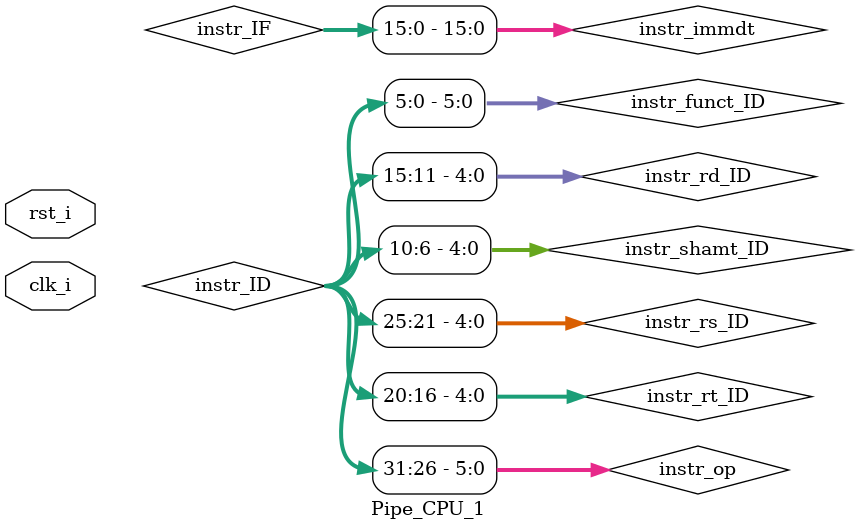
<source format=v>
module Pipe_CPU_1(
                clk_i,
                rst_i
                );
/****************************************
I/O ports
****************************************/
input         clk_i;
input         rst_i;


/****************************************
Internal signal
****************************************/

/**** 
IF stage 
****/
wire [32-1:0] pc_next,    pc_data ;
wire [32-1:0] pc_add4_IF;
wire PCSrc; 

/**** 
ID stage 
****/

//control signal
wire RW_ID_muxOut,MR_ID_muxOut,MW_ID_muxOut;
    //EX
wire AluSrc_c_ID;
wire [4-1:0] AluOp_c_ID;
wire RegDst_c_ID;
    //MEM
wire Branch_c_ID;
wire MemRead_c_ID,   MemWrite_c_ID;  
wire MemToReg_c_ID;
    //WB
wire RegWrite_c_ID ;

/**** 
EX stage 
****/
wire RW_EX_muxOut,MR_EX_muxOut,MW_EX_muxOut;
//control signal
    //EX
wire AluSrc_c_EX;
wire [4-1:0]AluOp_c_EX;
wire RegDst_c_EX;
    //MEM
wire Branch_c_EX;
wire MemRead_c_EX,   MemWrite_c_EX;  
wire MemToReg_c_EX;
    //WB
wire RegWrite_c_EX ;

/**** 
MEM stage 
****/

//control signal
//MEM
wire MemRead_c_MEM,   MemWrite_c_MEM; 
wire MemToReg_c_MEM; 
//EX
wire Branch_c_MEM;
//WB
wire RegWrite_c_MEM;

/**** 
WB stage 
****/

//control signal
//MEM
wire MemToReg_c_WB;
//WB
wire RegWrite_c_WB ;


//grouped by usage 
wire [32-1:0]   regWB_data,     //The data writed back to RegisterFile, if any. 
                MemRead_data_MEM, MemRead_data_WB, 
                aluResult_EX, aluResult_MEM,aluResult_WB,
                aluSrc1,        aluSrc2, //input for alu. 
                aluSrc2_reg_EX, aluSrc2_reg_MEM,  
                shiftout; 

wire [32-1:0] pc_add4_ID,pc_add4_EX;
wire [32-1:0] branch_addr_EX,branch_addr_MEM;//Mux_PC_Source's input
wire [32-1:0] RF_outRS_ID, RF_outRS_EX;
wire [32-1:0] RF_outRT_ID, RF_outRT_EX;
wire [32-1:0] immdt16_SE32_ID, immdt16_SE32_EX; 

wire [32-1:0] instr_ID;//values from instruction memory according to it's address
wire [1:0]	ForawrdA, ForwardB; 
wire 		pcWirte,	alu_zero_EX,	alu_zero_MEM; 

wire [4-1:0]      aluOpCode_EX;      //The operation code that ALU get from ALU_Control  
wire [5-1:0]      writeReg_addr_EX,writeReg_addr_MEM, writeReg_addr_WB ;  //The address of the reg that need to be write back, if any.

//Indicate the meaning of the sub-sections in the instruction field     
wire    [32-1:0] instr_IF; 
wire    [5-1:0] instr_rs_ID,  instr_rt_ID,  instr_rd_ID, instr_shamt_ID;
wire    [5-1:0] instr_rs_EX,  instr_rt_EX,  instr_rd_EX, instr_shamt_EX;
wire    [6-1:0] instr_op,instr_funct_ID, instr_funct_EX;
wire    [16-1:0] instr_immdt;
wire 	IF_Flush, ID_Flush, EX_Flush ; 

assign { instr_op, instr_rs_ID, instr_rt_ID, instr_rd_ID, instr_shamt_ID, instr_funct_ID } = instr_ID;
assign instr_immdt = instr_IF[15:0];

/**
IF stage: Instruction Fetch
*/

MUX_2to1 #(.size(32)) Mux_PC_Source(
    .data0_i(branch_addr_MEM),
    .data1_i(pc_add4_IF),
    .select_i(PCSrc),
    .data_o(pc_next)
);

ProgramCounter PC(
        .clk_i(clk_i),      
        .rst_i (rst_i),
        .pcWrite(pcWirte),
        .pc_in_i(pc_next),
        .pc_out_o(pc_data) 
        );

Adder PC4_adder(
        .src1_i(32'd4),     
        .src2_i(pc_data),     
        .sum_o(pc_add4_IF)    
        );

Instr_Memory IM(
        .addr_i(pc_data),  
        .instr_o(instr_IF)    
        );

//IF stage END

Pipe_Reg #(.size(64)) IF_ID(
    .clk_i(clk_i),
    .rst_i( rst_i | ~IF_Flush), //connect to IF flush
    .data_i({   
        pc_add4_IF,
        instr_IF
    }),
    .data_o({
        pc_add4_ID,
        instr_ID
    })
);


Hazard_detection_Unit Hazard_detection_Unit(
	.EX_MemRead(MemRead_c_EX),
	.ID_RegisterRs(instr_rs_ID),
	.ID_RegisterRt(instr_rt_ID),
	.EX_RegisterRt(instr_rt_EX),
	.MEM_Branch(Branch_c_MEM),
	.PCWrite(pcWirte),
	.IF_Flush(IF_Flush),
	.ID_Flush(ID_Flush),
	.EX_Flush(EX_Flush)
);


/**
ID stage : Instruction Decoding
*/
Reg_File RF(
        .clk_i(clk_i),      
        .rst_i(rst_i) ,     
        .RSaddr_i(instr_rs_ID) ,  
        .RTaddr_i(instr_rt_ID) ,  
        .RDaddr_i(writeReg_addr_WB) ,  
        .RDdata_i(regWB_data)  , 
        .RegWrite_i (RegWrite_c_ID),
        .RSdata_o(RF_outRS_ID) ,  
        .RTdata_o(RF_outRT_ID)   
        );
        
Decoder Control(
        //input 
        .instr_op_i(instr_op),

        //output 
        .ALU_op_o(AluOp_c_ID),   
        .ALUSrc_o(AluSrc_c_ID),   
        .RegDst_o(RegDst_c_ID),   
        .Branch_o(Branch_c_ID),//need change width to 1-bit
        .MemToReg_o(MemToReg_c_ID),
        .RegWrite_o(RegWrite_c_ID), 
        .MemRead_o(MemRead_c_ID),
        .MemWrite_o(MemWrite_c_ID)   
        );

Sign_Extend Sign_Extend(
        .data_i(instr_immdt),
        .data_o(immdt16_SE32_ID)
        );

//ID stage END

//The instructions berecome nop 
//after clear these three control signal
MUX_2to1 #(.size(3)) ID_EX_pipeLineSrc(
    .data0_i({
        RegWrite_c_ID,
        MemRead_c_ID,
        MemWrite_c_ID
    }),
    .data1_i(3'b0),
    .select_i(ID_Flush),
    .data_o({
        RW_ID_muxOut,
        MR_ID_muxOut,
        MW_ID_muxOut
    })
);

Pipe_Reg #(.size(165)) ID_EX(
    .clk_i(clk_i),
    .rst_i(rst_i),//connect to hazard detection unit after implemented it
    .data_i({   
        //control signals
        AluSrc_c_ID,            //1
        AluOp_c_ID,             //4
        RegDst_c_ID,            //1
        Branch_c_ID,            //1
        MemToReg_c_ID,          //1
        
        RW_ID_muxOut,           //1
        MR_ID_muxOut,           //1
        MW_ID_muxOut,           //1

        //data fields 
        pc_add4_ID,             //32
        RF_outRS_ID,            //32
        RF_outRT_ID,            //32
        immdt16_SE32_ID,        //32
        instr_rs_ID,            //5
        instr_rt_ID,            //5
        instr_rd_ID,            //5
        instr_funct_ID,         //6
        instr_shamt_ID          //5            
    }),
    .data_o({
        /*control signal*/
        AluSrc_c_EX,
        AluOp_c_EX,
        RegDst_c_EX,
        Branch_c_EX,
        MemToReg_c_EX,

        RegWrite_c_EX,
        MemRead_c_EX,
        MemWrite_c_EX,
        
        pc_add4_EX,
        RF_outRS_EX,
        RF_outRT_EX,
        immdt16_SE32_EX,
        instr_rs_EX,
        instr_rt_EX,
        instr_rd_EX,
        instr_funct_EX,
        instr_shamt_EX
    })
);



/**
EX stage : Execution  
*/
MUX_2to1 #( .size(5)) Mux_Write_Reg(
    .data0_i(instr_rt_EX),
    .data1_i(instr_rd_EX),
    .select_i( RegDst_c_EX ),
    .data_o( writeReg_addr_EX)
);

Shift_Left_Two_32 Shifter(
        .data_i(immdt16_SE32_EX),
        .data_o(shiftout)
        ); 		

Adder Branch_adder(
        .src1_i(pc_add4_EX),     
        .src2_i(shiftout),     
        .sum_o(branch_addr_EX)      
        );

//Forwarding control 
Forwarding_Unit  Forwarding_Unit(
	.EX_RegisterRs(instr_rs_EX),
	.EX_RegisterRt(instr_rt_EX),
	.MEM_RegisterRd(writeReg_addr_MEM),
	.WB_RsgisterRd(writeReg_addr_WB),
	.MEM_RegWrite(RegWrite_c_MEM),
	.WB_RegWrite(RegWrite_c_WB),
	.ForwardA(ForawrdA),
	.ForwardB(ForwardB)
);

MUX_3to1 #(.size(32)) Mux_ALUSrc1_forwarding(
    .data0_i( RF_outRS_EX),
    .data1_i( aluResult_MEM ),
    .data2_i( regWB_data ),
    .select_i(ForawrdA), //connedted from Frowarding Unit
	.data_o( aluSrc1)
);
MUX_3to1 #(.size(32)) Mux_ALUSrc2_forwarding(
    .data0_i( RF_outRT_EX ),
    .data1_i( aluResult_MEM),
    .data2_i( regWB_data ),
    .select_i(ForwardB),//connedted from Frowarding Unit
	 .data_o( aluSrc2_reg_EX)
);
MUX_2to1 #(.size(32)) Mux_ALUSrc2(
    .data0_i(aluSrc2_reg_EX),
    .data1_i(immdt16_SE32_EX),
    .select_i(AluSrc_c_EX),
    .data_o(aluSrc2)
);

ALU_Ctrl AC(
        .funct_i(instr_funct_EX),   
        .ALUOp_i(AluOp_c_EX),   
        .ALUCtrl_o(aluOpCode_EX) 
        );


ALU ALU(//need to know PC +4 
        .src1_i(aluSrc1),
        .src2_i(aluSrc2),
        .ctrl_i(aluOpCode_EX),
        .result_o(aluResult_EX),
        .shamt( instr_shamt_EX),
        .zero_o(alu_zero_EX)
        );

//EX stage END 

MUX_2to1 #(.size(3)) EX_MEM_pipeLineSrc(
    .data0_i({
        RegWrite_c_EX,
        MemRead_c_EX,
        MemWrite_c_EX
    }),
    .data1_i(3'b0),
    .select_i(EX_Flush),
    .data_o({
        RW_EX_muxOut,
        MR_EX_muxOut,
        MW_EX_muxOut
    })
);

Pipe_Reg #(.size(107)) EX_MEM(
    .clk_i(clk_i),
    .rst_i(rst_i),
    .data_i({   
        //control signals
        Branch_c_EX,                //1
        MemToReg_c_EX,              //1
        
        RW_EX_muxOut,               //1
        MR_EX_muxOut,               //1
        MW_EX_muxOut,               //1

        //data fields 
        aluResult_EX,               //32
        alu_zero_EX,                //1
        writeReg_addr_EX,           //5
        aluSrc2_reg_EX,             //32
        branch_addr_EX             //32
    }),
    .data_o({
        /*control signals*/
        Branch_c_MEM,
        MemToReg_c_MEM,

        RegWrite_c_MEM,
        MemRead_c_MEM,
        MemWrite_c_MEM,
        
        aluResult_MEM,
        alu_zero_MEM,
        writeReg_addr_MEM,
        aluSrc2_reg_MEM, 
        branch_addr_MEM
    })
);


/**
MEM stage : Memory 
*/
assign PCSrc = Branch_c_MEM & alu_zero_MEM; 

Data_Memory DM(
        .clk_i(clk_i),
        .addr_i(aluResult_MEM),
        .data_i(aluSrc2_reg_MEM),
        .MemRead_i( MemRead_c_MEM),
        .MemWrite_i(MemWrite_c_MEM),
        .data_o(MemRead_data_MEM)        
);

//MEM stage END 

Pipe_Reg #(.size(71)) MEM_WB(
    .clk_i(clk_i),
    .rst_i(rst_i),// not completed yet
	 .data_i({   
        //control signals
        MemToReg_c_MEM,             //1
		RegWrite_c_MEM,			//1

        //data fields
        writeReg_addr_MEM,          //5
        MemRead_data_MEM,           //32
        aluResult_MEM               //32
       //There should be a signal that give data to forwarding unit,
       //But I forgot what exactly it is.    
		  }),
    .data_o({
        /*decoder control signal*/
        MemToReg_c_WB,
		RegWrite_c_WB,
        
        //data Fields 
        writeReg_addr_WB,
        MemRead_data_WB, 
        aluResult_WB
    })
);


/**
WB stage : Write Back
*/

MUX_2to1 #(.size(32)) Mux_WriteBack(
    .data0_i(MemRead_data_WB),
    .data1_i(aluResult_WB),
    .select_i(MemToReg_c_WB),
    .data_o(regWB_data)
);

//WB stage END 

endmodule
                  

</source>
